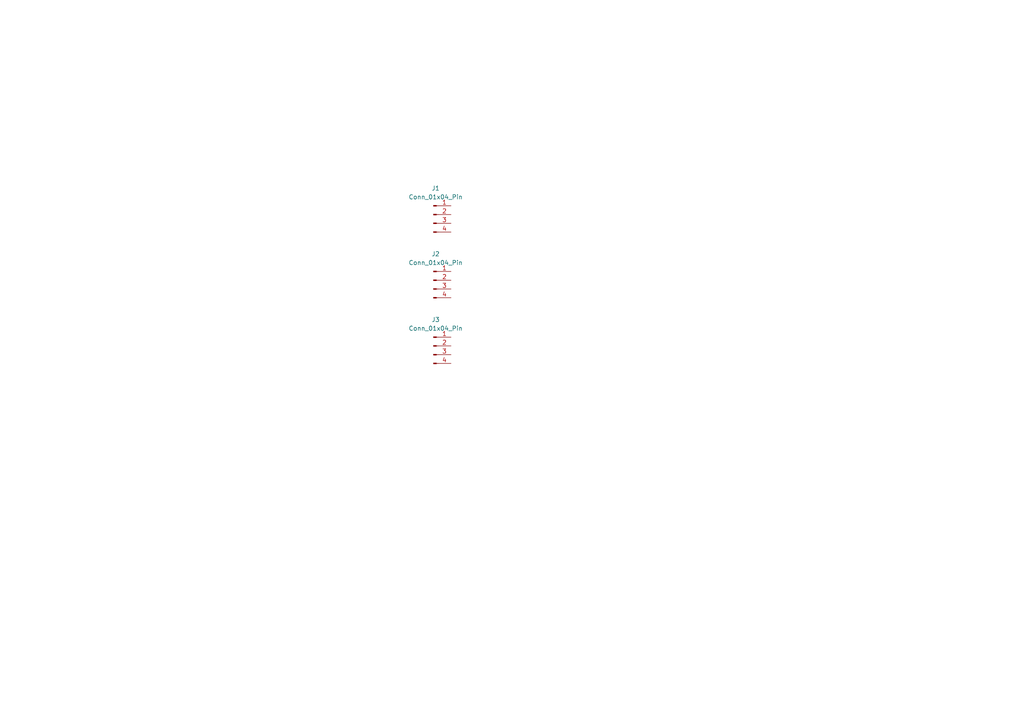
<source format=kicad_sch>
(kicad_sch
	(version 20250114)
	(generator "eeschema")
	(generator_version "9.0")
	(uuid "e00521d8-eb6b-461c-ae0c-23b077eaccc3")
	(paper "A4")
	(lib_symbols
		(symbol "Connector:Conn_01x04_Pin"
			(pin_names
				(offset 1.016)
				(hide yes)
			)
			(exclude_from_sim no)
			(in_bom yes)
			(on_board yes)
			(property "Reference" "J"
				(at 0 5.08 0)
				(effects
					(font
						(size 1.27 1.27)
					)
				)
			)
			(property "Value" "Conn_01x04_Pin"
				(at 0 -7.62 0)
				(effects
					(font
						(size 1.27 1.27)
					)
				)
			)
			(property "Footprint" ""
				(at 0 0 0)
				(effects
					(font
						(size 1.27 1.27)
					)
					(hide yes)
				)
			)
			(property "Datasheet" "~"
				(at 0 0 0)
				(effects
					(font
						(size 1.27 1.27)
					)
					(hide yes)
				)
			)
			(property "Description" "Generic connector, single row, 01x04, script generated"
				(at 0 0 0)
				(effects
					(font
						(size 1.27 1.27)
					)
					(hide yes)
				)
			)
			(property "ki_locked" ""
				(at 0 0 0)
				(effects
					(font
						(size 1.27 1.27)
					)
				)
			)
			(property "ki_keywords" "connector"
				(at 0 0 0)
				(effects
					(font
						(size 1.27 1.27)
					)
					(hide yes)
				)
			)
			(property "ki_fp_filters" "Connector*:*_1x??_*"
				(at 0 0 0)
				(effects
					(font
						(size 1.27 1.27)
					)
					(hide yes)
				)
			)
			(symbol "Conn_01x04_Pin_1_1"
				(rectangle
					(start 0.8636 2.667)
					(end 0 2.413)
					(stroke
						(width 0.1524)
						(type default)
					)
					(fill
						(type outline)
					)
				)
				(rectangle
					(start 0.8636 0.127)
					(end 0 -0.127)
					(stroke
						(width 0.1524)
						(type default)
					)
					(fill
						(type outline)
					)
				)
				(rectangle
					(start 0.8636 -2.413)
					(end 0 -2.667)
					(stroke
						(width 0.1524)
						(type default)
					)
					(fill
						(type outline)
					)
				)
				(rectangle
					(start 0.8636 -4.953)
					(end 0 -5.207)
					(stroke
						(width 0.1524)
						(type default)
					)
					(fill
						(type outline)
					)
				)
				(polyline
					(pts
						(xy 1.27 2.54) (xy 0.8636 2.54)
					)
					(stroke
						(width 0.1524)
						(type default)
					)
					(fill
						(type none)
					)
				)
				(polyline
					(pts
						(xy 1.27 0) (xy 0.8636 0)
					)
					(stroke
						(width 0.1524)
						(type default)
					)
					(fill
						(type none)
					)
				)
				(polyline
					(pts
						(xy 1.27 -2.54) (xy 0.8636 -2.54)
					)
					(stroke
						(width 0.1524)
						(type default)
					)
					(fill
						(type none)
					)
				)
				(polyline
					(pts
						(xy 1.27 -5.08) (xy 0.8636 -5.08)
					)
					(stroke
						(width 0.1524)
						(type default)
					)
					(fill
						(type none)
					)
				)
				(pin passive line
					(at 5.08 2.54 180)
					(length 3.81)
					(name "Pin_1"
						(effects
							(font
								(size 1.27 1.27)
							)
						)
					)
					(number "1"
						(effects
							(font
								(size 1.27 1.27)
							)
						)
					)
				)
				(pin passive line
					(at 5.08 0 180)
					(length 3.81)
					(name "Pin_2"
						(effects
							(font
								(size 1.27 1.27)
							)
						)
					)
					(number "2"
						(effects
							(font
								(size 1.27 1.27)
							)
						)
					)
				)
				(pin passive line
					(at 5.08 -2.54 180)
					(length 3.81)
					(name "Pin_3"
						(effects
							(font
								(size 1.27 1.27)
							)
						)
					)
					(number "3"
						(effects
							(font
								(size 1.27 1.27)
							)
						)
					)
				)
				(pin passive line
					(at 5.08 -5.08 180)
					(length 3.81)
					(name "Pin_4"
						(effects
							(font
								(size 1.27 1.27)
							)
						)
					)
					(number "4"
						(effects
							(font
								(size 1.27 1.27)
							)
						)
					)
				)
			)
			(embedded_fonts no)
		)
	)
	(symbol
		(lib_id "Connector:Conn_01x04_Pin")
		(at 125.73 81.28 0)
		(unit 1)
		(exclude_from_sim no)
		(in_bom yes)
		(on_board yes)
		(dnp no)
		(fields_autoplaced yes)
		(uuid "203722cf-1762-4882-b7b0-5f0c604f165a")
		(property "Reference" "J2"
			(at 126.365 73.66 0)
			(effects
				(font
					(size 1.27 1.27)
				)
			)
		)
		(property "Value" "Conn_01x04_Pin"
			(at 126.365 76.2 0)
			(effects
				(font
					(size 1.27 1.27)
				)
			)
		)
		(property "Footprint" ""
			(at 125.73 81.28 0)
			(effects
				(font
					(size 1.27 1.27)
				)
				(hide yes)
			)
		)
		(property "Datasheet" "~"
			(at 125.73 81.28 0)
			(effects
				(font
					(size 1.27 1.27)
				)
				(hide yes)
			)
		)
		(property "Description" "Generic connector, single row, 01x04, script generated"
			(at 125.73 81.28 0)
			(effects
				(font
					(size 1.27 1.27)
				)
				(hide yes)
			)
		)
		(pin "3"
			(uuid "fd6d0105-267a-43a8-aede-dfd221a2c14b")
		)
		(pin "1"
			(uuid "05d985f2-bfb8-4a3d-991c-095543a2bd77")
		)
		(pin "2"
			(uuid "2972bf04-dbdd-44d5-83d1-f34bb37048ea")
		)
		(pin "4"
			(uuid "023bb04e-19cb-427a-9afe-bbbad63cbdb9")
		)
		(instances
			(project "Smart_Spinner"
				(path "/f709486d-613a-44bb-9859-6d5f77e05693/3cdbd7de-4e1e-4f4c-bb57-fc3af0425c3d"
					(reference "J2")
					(unit 1)
				)
			)
		)
	)
	(symbol
		(lib_id "Connector:Conn_01x04_Pin")
		(at 125.73 100.33 0)
		(unit 1)
		(exclude_from_sim no)
		(in_bom yes)
		(on_board yes)
		(dnp no)
		(fields_autoplaced yes)
		(uuid "5033d981-ccdb-4957-8330-ee5c1fd25f3d")
		(property "Reference" "J3"
			(at 126.365 92.71 0)
			(effects
				(font
					(size 1.27 1.27)
				)
			)
		)
		(property "Value" "Conn_01x04_Pin"
			(at 126.365 95.25 0)
			(effects
				(font
					(size 1.27 1.27)
				)
			)
		)
		(property "Footprint" ""
			(at 125.73 100.33 0)
			(effects
				(font
					(size 1.27 1.27)
				)
				(hide yes)
			)
		)
		(property "Datasheet" "~"
			(at 125.73 100.33 0)
			(effects
				(font
					(size 1.27 1.27)
				)
				(hide yes)
			)
		)
		(property "Description" "Generic connector, single row, 01x04, script generated"
			(at 125.73 100.33 0)
			(effects
				(font
					(size 1.27 1.27)
				)
				(hide yes)
			)
		)
		(pin "3"
			(uuid "b3c545fa-a7ab-4167-9d0c-4071b1d15e5e")
		)
		(pin "1"
			(uuid "3109098b-2750-4c87-92aa-ff2feada92fe")
		)
		(pin "2"
			(uuid "e375d2c0-462e-40c1-ba2a-d24b65c1067a")
		)
		(pin "4"
			(uuid "31395774-a320-4182-8bc0-a8c485113a12")
		)
		(instances
			(project "Smart_Spinner"
				(path "/f709486d-613a-44bb-9859-6d5f77e05693/3cdbd7de-4e1e-4f4c-bb57-fc3af0425c3d"
					(reference "J3")
					(unit 1)
				)
			)
		)
	)
	(symbol
		(lib_id "Connector:Conn_01x04_Pin")
		(at 125.73 62.23 0)
		(unit 1)
		(exclude_from_sim no)
		(in_bom yes)
		(on_board yes)
		(dnp no)
		(fields_autoplaced yes)
		(uuid "605007c8-7cca-451e-b632-d6a450afad51")
		(property "Reference" "J1"
			(at 126.365 54.61 0)
			(effects
				(font
					(size 1.27 1.27)
				)
			)
		)
		(property "Value" "Conn_01x04_Pin"
			(at 126.365 57.15 0)
			(effects
				(font
					(size 1.27 1.27)
				)
			)
		)
		(property "Footprint" ""
			(at 125.73 62.23 0)
			(effects
				(font
					(size 1.27 1.27)
				)
				(hide yes)
			)
		)
		(property "Datasheet" "~"
			(at 125.73 62.23 0)
			(effects
				(font
					(size 1.27 1.27)
				)
				(hide yes)
			)
		)
		(property "Description" "Generic connector, single row, 01x04, script generated"
			(at 125.73 62.23 0)
			(effects
				(font
					(size 1.27 1.27)
				)
				(hide yes)
			)
		)
		(pin "3"
			(uuid "72a36ab8-8800-4af9-bfe2-27fface414bd")
		)
		(pin "1"
			(uuid "62500e2b-90a7-4e5d-b4e4-1d39d7d45d9f")
		)
		(pin "2"
			(uuid "669fab9b-9593-45d2-a966-6a1cc71330d9")
		)
		(pin "4"
			(uuid "3ad92f37-511a-4d06-96bf-11ffed9d47a8")
		)
		(instances
			(project "Smart_Spinner"
				(path "/f709486d-613a-44bb-9859-6d5f77e05693/3cdbd7de-4e1e-4f4c-bb57-fc3af0425c3d"
					(reference "J1")
					(unit 1)
				)
			)
		)
	)
)

</source>
